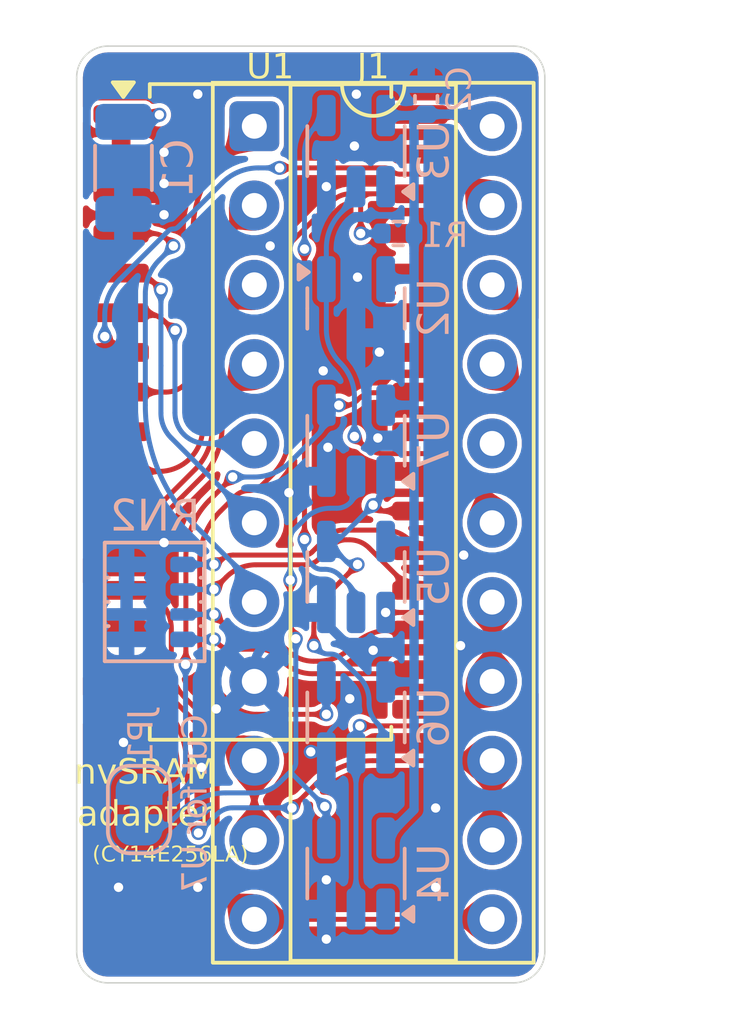
<source format=kicad_pcb>
(kicad_pcb
	(version 20241229)
	(generator "pcbnew")
	(generator_version "9.0")
	(general
		(thickness 1.6)
		(legacy_teardrops no)
	)
	(paper "A4")
	(layers
		(0 "F.Cu" signal)
		(2 "B.Cu" signal)
		(9 "F.Adhes" user "F.Adhesive")
		(11 "B.Adhes" user "B.Adhesive")
		(13 "F.Paste" user)
		(15 "B.Paste" user)
		(5 "F.SilkS" user "F.Silkscreen")
		(7 "B.SilkS" user "B.Silkscreen")
		(1 "F.Mask" user)
		(3 "B.Mask" user)
		(17 "Dwgs.User" user "User.Drawings")
		(19 "Cmts.User" user "User.Comments")
		(21 "Eco1.User" user "User.Eco1")
		(23 "Eco2.User" user "User.Eco2")
		(25 "Edge.Cuts" user)
		(27 "Margin" user)
		(31 "F.CrtYd" user "F.Courtyard")
		(29 "B.CrtYd" user "B.Courtyard")
		(35 "F.Fab" user)
		(33 "B.Fab" user)
		(39 "User.1" user)
		(41 "User.2" user)
		(43 "User.3" user)
		(45 "User.4" user)
	)
	(setup
		(stackup
			(layer "F.SilkS"
				(type "Top Silk Screen")
			)
			(layer "F.Paste"
				(type "Top Solder Paste")
			)
			(layer "F.Mask"
				(type "Top Solder Mask")
				(thickness 0.01)
			)
			(layer "F.Cu"
				(type "copper")
				(thickness 0.035)
			)
			(layer "dielectric 1"
				(type "core")
				(thickness 1.51)
				(material "FR4")
				(epsilon_r 4.5)
				(loss_tangent 0.02)
			)
			(layer "B.Cu"
				(type "copper")
				(thickness 0.035)
			)
			(layer "B.Mask"
				(type "Bottom Solder Mask")
				(thickness 0.01)
			)
			(layer "B.Paste"
				(type "Bottom Solder Paste")
			)
			(layer "B.SilkS"
				(type "Bottom Silk Screen")
			)
			(copper_finish "None")
			(dielectric_constraints no)
		)
		(pad_to_mask_clearance 0)
		(allow_soldermask_bridges_in_footprints no)
		(tenting front back)
		(pcbplotparams
			(layerselection 0x00000000_00000000_55555555_5755f5ff)
			(plot_on_all_layers_selection 0x00000000_00000000_00000000_00000000)
			(disableapertmacros no)
			(usegerberextensions no)
			(usegerberattributes yes)
			(usegerberadvancedattributes yes)
			(creategerberjobfile yes)
			(dashed_line_dash_ratio 12.000000)
			(dashed_line_gap_ratio 3.000000)
			(svgprecision 4)
			(plotframeref no)
			(mode 1)
			(useauxorigin no)
			(hpglpennumber 1)
			(hpglpenspeed 20)
			(hpglpendiameter 15.000000)
			(pdf_front_fp_property_popups yes)
			(pdf_back_fp_property_popups yes)
			(pdf_metadata yes)
			(pdf_single_document no)
			(dxfpolygonmode yes)
			(dxfimperialunits yes)
			(dxfusepcbnewfont yes)
			(psnegative no)
			(psa4output no)
			(plot_black_and_white yes)
			(sketchpadsonfab no)
			(plotpadnumbers no)
			(hidednponfab no)
			(sketchdnponfab yes)
			(crossoutdnponfab yes)
			(subtractmaskfromsilk no)
			(outputformat 1)
			(mirror no)
			(drillshape 1)
			(scaleselection 1)
			(outputdirectory "")
		)
	)
	(net 0 "")
	(net 1 "/D0")
	(net 2 "/A7")
	(net 3 "/D1")
	(net 4 "/A1")
	(net 5 "/A2")
	(net 6 "/D2")
	(net 7 "/D3")
	(net 8 "/A3")
	(net 9 "/R{slash}W")
	(net 10 "/OD")
	(net 11 "/A6")
	(net 12 "/A4")
	(net 13 "/A0")
	(net 14 "/A5")
	(net 15 "unconnected-(U1-NC-Pad24)")
	(net 16 "unconnected-(U1-NC-Pad9)")
	(net 17 "unconnected-(U1-~{HSB}-Pad31)")
	(net 18 "Net-(U1-VCAP)")
	(net 19 "GND")
	(net 20 "+5V")
	(net 21 "/~{CE_{1}}")
	(net 22 "/CE_{2}")
	(net 23 "Net-(JP1-A)")
	(net 24 "/~{OE}")
	(net 25 "/~{WE}")
	(net 26 "Net-(RN2-R2.1)")
	(net 27 "Net-(RN2-R4.1)")
	(net 28 "Net-(RN2-R3.1)")
	(net 29 "Net-(RN2-R1.1)")
	(net 30 "/~{CE}")
	(net 31 "Net-(U3-Pad4)")
	(footprint "Package_DIP:DIP-22_W7.62mm_Socket" (layer "F.Cu") (at 68.6925 52.565))
	(footprint "Package_SO:SOIC-32_7.518x20.777mm_P1.27mm" (layer "F.Cu") (at 69.2125 61.715))
	(footprint "PCM_Resistor_SMD_AKL:R_Array_Convex_4x0603" (layer "B.Cu") (at 65.5 67.8 180))
	(footprint "Package_TO_SOT_SMD:SOT-23-5" (layer "B.Cu") (at 71.95 76.5 90))
	(footprint "Capacitor_SMD:C_0402_1005Metric" (layer "B.Cu") (at 74.2 51.7 90))
	(footprint "Package_TO_SOT_SMD:SOT-23-5" (layer "B.Cu") (at 71.95 53.3625 90))
	(footprint "Package_TO_SOT_SMD:SOT-23-5" (layer "B.Cu") (at 71.95 62.6375 90))
	(footprint "Package_TO_SOT_SMD:SOT-23" (layer "B.Cu") (at 71.95 58.4 -90))
	(footprint "Jumper:SolderJumper-2_P1.3mm_Bridged_RoundedPad1.0x1.5mm" (layer "B.Cu") (at 65 74.45 90))
	(footprint "Package_TO_SOT_SMD:SOT-23-5" (layer "B.Cu") (at 71.95 67 90))
	(footprint "Package_TO_SOT_SMD:SOT-23-5" (layer "B.Cu") (at 71.95 71.5 90))
	(footprint "Resistor_SMD:R_0402_1005Metric" (layer "B.Cu") (at 73.3 56 180))
	(footprint "Capacitor_SMD:C_1206_3216Metric" (layer "B.Cu") (at 64.5 53.9 -90))
	(gr_arc
		(start 63 51)
		(mid 63.292893 50.292893)
		(end 64 50)
		(stroke
			(width 0.05)
			(type default)
		)
		(layer "Edge.Cuts")
		(uuid "056ed8e8-e117-4bd4-89ee-bb40e81e316a")
	)
	(gr_arc
		(start 78 79)
		(mid 77.707107 79.707107)
		(end 77 80)
		(stroke
			(width 0.05)
			(type default)
		)
		(layer "Edge.Cuts")
		(uuid "34761677-6265-43b0-b6b6-529a5ebbaecc")
	)
	(gr_arc
		(start 64 80)
		(mid 63.292893 79.707107)
		(end 63 79)
		(stroke
			(width 0.05)
			(type default)
		)
		(layer "Edge.Cuts")
		(uuid "5739b042-5739-4f75-b139-b7150b3ad5f5")
	)
	(gr_line
		(start 63 79)
		(end 63 51)
		(stroke
			(width 0.05)
			(type default)
		)
		(layer "Edge.Cuts")
		(uuid "6aad393a-d15b-4878-9956-feab8884d8ca")
	)
	(gr_line
		(start 78 51)
		(end 78 79)
		(stroke
			(width 0.05)
			(type default)
		)
		(layer "Edge.Cuts")
		(uuid "87d575fb-2664-46f5-854a-cdb3fc41d436")
	)
	(gr_line
		(start 77 80)
		(end 64 80)
		(stroke
			(width 0.05)
			(type default)
		)
		(layer "Edge.Cuts")
		(uuid "b83f3d2a-be5f-43bc-a4d8-adcf806d1191")
	)
	(gr_line
		(start 64 50)
		(end 77 50)
		(stroke
			(width 0.05)
			(type default)
		)
		(layer "Edge.Cuts")
		(uuid "bd839f92-1b0e-49cb-896b-0bc41a3eff23")
	)
	(gr_arc
		(start 77 50)
		(mid 77.707107 50.292893)
		(end 78 51)
		(stroke
			(width 0.05)
			(type default)
		)
		(layer "Edge.Cuts")
		(uuid "eedd5cb5-6021-4b9d-b045-761556039efc")
	)
	(gr_text "(CY14E256LA)"
		(at 63.5 76.2 0)
		(layer "F.SilkS")
		(uuid "2fcb2b79-1aa8-4cf0-ad76-670b5f853c6d")
		(effects
			(font
				(face "Oswald")
				(size 0.5 0.5)
				(thickness 0.1)
			)
			(justify left bottom)
		)
		(render_cache "(CY14E256LA)" 0
			(polygon
				(pts
					(xy 63.687609 76.250799) (xy 63.657579 76.247211) (xy 63.63291 76.237738) (xy 63.612445 76.222575)
					(xy 63.595529 76.201095) (xy 63.57873 76.167296) (xy 63.566224 76.127509) (xy 63.558435 76.080714)
					(xy 63.553147 76.004179) (xy 63.551107 75.897288) (xy 63.55315 75.789815) (xy 63.558435 75.71322)
					(xy 63.566216 75.666403) (xy 63.578718 75.626485) (xy 63.595529 75.592472) (xy 63.612475 75.570847)
					(xy 63.632943 75.555711) (xy 63.657593 75.546398) (xy 63.687609 75.543105) (xy 63.687609 75.59351)
					(xy 63.674548 75.596041) (xy 63.663211 75.602969) (xy 63.653089 75.615096) (xy 63.644194 75.634116)
					(xy 63.63319 75.676402) (xy 63.6267 75.731416) (xy 63.624168 75.793089) (xy 63.623189 75.879794)
					(xy 63.623189 75.929497) (xy 63.62425 76.010542) (xy 63.627036 76.070211) (xy 63.633856 76.123611)
					(xy 63.644897 76.163299) (xy 63.653646 76.180845) (xy 63.663583 76.192155) (xy 63.67474 76.198685)
					(xy 63.687609 76.201095)
				)
			)
			(polygon
				(pts
					(xy 63.894788 76.121289) (xy 63.860523 76.118911) (xy 63.832567 76.112322) (xy 63.809792 76.102095)
					(xy 63.791302 76.088454) (xy 63.776482 76.07125) (xy 63.762356 76.045835) (xy 63.751629 76.015034)
					(xy 63.744692 75.977824) (xy 63.742197 75.933008) (xy 63.742197 75.73279) (xy 63.744723 75.685101)
					(xy 63.751644 75.646645) (xy 63.762167 75.615859) (xy 63.77578 75.591404) (xy 63.790238 75.574961)
					(xy 63.808544 75.561818) (xy 63.831381 75.551886) (xy 63.859727 75.545442) (xy 63.894788 75.543105)
					(xy 63.933044 75.54615) (xy 63.962984 75.554471) (xy 63.986323 75.567276) (xy 64.00433 75.584412)
					(xy 64.017933 75.605607) (xy 64.028322 75.632163) (xy 64.035109 75.665232) (xy 64.037578 75.706198)
					(xy 64.037578 75.750986) (xy 63.962687 75.750986) (xy 63.962687 75.711113) (xy 63.96167 75.674194)
					(xy 63.959176 75.650908) (xy 63.952855 75.63177) (xy 63.941346 75.617294) (xy 63.930982 75.610768)
					(xy 63.91619 75.606362) (xy 63.89549 75.604685) (xy 63.874401 75.606463) (xy 63.858852 75.611207)
					(xy 63.847527 75.618362) (xy 63.834704 75.634233) (xy 63.826857 75.656159) (xy 63.823356 75.682356)
					(xy 63.821973 75.720914) (xy 63.821973 75.945587) (xy 63.823973 75.986624) (xy 63.828964 76.013517)
					(xy 63.838612 76.035177) (xy 63.85174 76.048504) (xy 63.86944 76.056105) (xy 63.89549 76.059007)
					(xy 63.915151 76.057285) (xy 63.929671 76.052679) (xy 63.940278 76.045696) (xy 63.95208 76.030323)
					(xy 63.95884 76.009303) (xy 63.961592 75.984092) (xy 63.962687 75.946289) (xy 63.962687 75.90431)
					(xy 64.037578 75.90431) (xy 64.037578 75.946289) (xy 64.035211 75.989544) (xy 64.028694 76.02475)
					(xy 64.018724 76.053243) (xy 64.005735 76.076165) (xy 63.988109 76.094921) (xy 63.964769 76.108874)
					(xy 63.934319 76.117951)
				)
			)
			(polygon
				(pts
					(xy 64.2 75.914812) (xy 64.077481 75.54799) (xy 64.150998 75.54799) (xy 64.237796 75.821694) (xy 64.323189 75.54799)
					(xy 64.397378 75.54799) (xy 64.275593 75.914812) (xy 64.275593 76.115) (xy 64.2 76.115)
				)
			)
			(polygon
				(pts
					(xy 64.525362 75.645992) (xy 64.519746 75.648094) (xy 64.482985 75.655792) (xy 64.426657 75.666295)
					(xy 64.426657 75.6096) (xy 64.469988 75.596682) (xy 64.502612 75.58186) (xy 64.526578 75.565576)
					(xy 64.543558 75.54799) (xy 64.600252 75.54799) (xy 64.600252 76.115) (xy 64.525362 76.115)
				)
			)
			(polygon
				(pts
					(xy 64.946528 75.896585) (xy 65.010214 75.896585) (xy 65.010214 75.963111) (xy 64.946528 75.963111)
					(xy 64.946528 76.115) (xy 64.875117 76.115) (xy 64.875117 75.963111) (xy 64.71062 75.963111) (xy 64.71062 75.896585)
					(xy 64.782732 75.896585) (xy 64.875117 75.896585) (xy 64.875117 75.639001) (xy 64.782732 75.896585)
					(xy 64.71062 75.896585) (xy 64.71062 75.884709) (xy 64.858326 75.54799) (xy 64.946528 75.54799)
				)
			)
			(polygon
				(pts
					(xy 65.064741 75.54799) (xy 65.28456 75.54799) (xy 65.28456 75.606791) (xy 65.143845 75.606791)
					(xy 65.143845 75.7944) (xy 65.257968 75.7944) (xy 65.257968 75.850393) (xy 65.143845 75.850393)
					(xy 65.143845 76.058305) (xy 65.285964 76.058305) (xy 65.285964 76.115) (xy 65.064741 76.115)
				)
			)
			(polygon
				(pts
					(xy 65.334141 76.061785) (xy 65.478336 75.837112) (xy 65.492349 75.816107) (xy 65.514613 75.778221)
					(xy 65.528039 75.751017) (xy 65.536258 75.723489) (xy 65.539244 75.688704) (xy 65.537502 75.661798)
					(xy 65.53285 75.641497) (xy 65.525933 75.626392) (xy 65.515466 75.61453) (xy 65.50141 75.607297)
					(xy 65.482549 75.604685) (xy 65.4629 75.607316) (xy 65.447267 75.614764) (xy 65.434653 75.627151)
					(xy 65.42474 75.645596) (xy 65.417947 75.672033) (xy 65.415352 75.709007) (xy 65.415352 75.727905)
					(xy 65.34043 75.727905) (xy 65.34043 75.708305) (xy 65.342848 75.667768) (xy 65.34953 75.634641)
					(xy 65.359816 75.607674) (xy 65.373342 75.585817) (xy 65.391301 75.567879) (xy 65.414102 75.554664)
					(xy 65.442837 75.546182) (xy 65.479038 75.543105) (xy 65.512476 75.545808) (xy 65.539812 75.55334)
					(xy 65.562206 75.565174) (xy 65.580521 75.581268) (xy 65.59486 75.601134) (xy 65.605545 75.62518)
					(xy 65.612384 75.654251) (xy 65.614837 75.689406) (xy 65.612719 75.722633) (xy 65.606777 75.75065)
					(xy 65.597677 75.776437) (xy 65.587543 75.797209) (xy 65.552555 75.853202) (xy 65.422343 76.051985)
					(xy 65.601557 76.051985) (xy 65.601557 76.115) (xy 65.334141 76.115)
				)
			)
			(polygon
				(pts
					(xy 65.81017 76.120587) (xy 65.773454 76.117541) (xy 65.744684 76.109201) (xy 65.722201 76.09631)
					(xy 65.70481 76.078943) (xy 65.691838 76.057676) (xy 65.681877 76.030932) (xy 65.675347 75.997536)
					(xy 65.672967 75.956089) (xy 65.747858 75.956089) (xy 65.749518 75.987761) (xy 65.754025 76.012806)
					(xy 65.760803 76.032415) (xy 65.768673 76.044795) (xy 65.779307 76.053562) (xy 65.793252 76.059097)
					(xy 65.811544 76.061113) (xy 65.829921 76.059035) (xy 65.843793 76.053343) (xy 65.854256 76.044322)
					(xy 65.86545 76.025482) (xy 65.872117 75.99987) (xy 65.874877 75.96988) (xy 65.875963 75.925986)
					(xy 65.874677 75.885439) (xy 65.871414 75.857751) (xy 65.864232 75.83443) (xy 65.853188 75.81855)
					(xy 65.843236 75.811306) (xy 65.829935 75.806629) (xy 65.812247 75.804903) (xy 65.791818 75.808251)
					(xy 65.774114 75.818214) (xy 65.759732 75.833171) (xy 65.749262 75.851797) (xy 65.685546 75.851797)
					(xy 65.685546 75.54799) (xy 65.929849 75.54799) (xy 65.929849 75.622911) (xy 65.753445 75.622911)
					(xy 65.74856 75.779685) (xy 65.764554 75.766189) (xy 65.78316 75.756437) (xy 65.80489 75.750352)
					(xy 65.830443 75.748208) (xy 65.86236 75.751337) (xy 65.887572 75.759997) (xy 65.907543 75.773673)
					(xy 65.923194 75.79266) (xy 65.934499 75.815049) (xy 65.943169 75.842443) (xy 65.948814 75.875791)
					(xy 65.950854 75.916186) (xy 65.948511 75.965716) (xy 65.942043 76.006435) (xy 65.932156 76.039698)
					(xy 65.919347 76.0667) (xy 65.905309 76.085672) (xy 65.887982 76.100391) (xy 65.866911 76.111225)
					(xy 65.84132 76.118117)
				)
			)
			(polygon
				(pts
					(xy 66.185911 75.54562) (xy 66.213137 75.55266) (xy 66.235776 75.563746) (xy 66.254601 75.578795)
					(xy 66.269696 75.597606) (xy 66.281037 75.620354) (xy 66.288526 75.647819) (xy 66.291695 75.68101)
					(xy 66.292397 75.689406) (xy 66.216804 75.689406) (xy 66.214913 75.660584) (xy 66.209971 75.639881)
					(xy 66.202791 75.625354) (xy 66.191837 75.614391) (xy 66.175888 75.607336) (xy 66.153087 75.604685)
					(xy 66.135161 75.607429) (xy 66.120507 75.615378) (xy 66.108269 75.629069) (xy 66.098342 75.650196)
					(xy 66.091389 75.681351) (xy 66.088699 75.725799) (xy 66.088699 75.811894) (xy 66.102221 75.795813)
					(xy 66.121244 75.783196) (xy 66.143861 75.775443) (xy 66.171314 75.772693) (xy 66.204153 75.775727)
					(xy 66.229914 75.784075) (xy 66.250126 75.797131) (xy 66.265806 75.815039) (xy 66.277184 75.836418)
					(xy 66.285958 75.863046) (xy 66.29171 75.895992) (xy 66.293802 75.936489) (xy 66.291368 75.978555)
					(xy 66.284526 76.014317) (xy 66.273802 76.044714) (xy 66.259486 76.070547) (xy 66.240357 76.092416)
					(xy 66.216917 76.108035) (xy 66.188289 76.117803) (xy 66.153087 76.121289) (xy 66.119097 76.117813)
					(xy 66.091092 76.108005) (xy 66.067805 76.092184) (xy 66.04846 76.069845) (xy 66.033969 76.043645)
					(xy 66.023143 76.012992) (xy 66.016253 75.977117) (xy 66.013808 75.935115) (xy 66.013808 75.867887)
					(xy 66.088699 75.867887) (xy 66.088699 75.952609) (xy 66.090615 75.984625) (xy 66.095835 76.010004)
					(xy 66.10375 76.029972) (xy 66.115965 76.046142) (xy 66.131988 76.055647) (xy 66.153087 76.059007)
					(xy 66.174703 76.055651) (xy 66.190943 76.046218) (xy 66.203157 76.030308) (xy 66.211097 76.010584)
					(xy 66.216305 75.985755) (xy 66.218209 75.954685) (xy 66.217214 75.9142) (xy 66.214698 75.886816)
					(xy 66.208388 75.86342) (xy 66.197204 75.845508) (xy 66.186764 75.836944) (xy 66.172483 75.831431)
					(xy 66.153087 75.829388) (xy 66.132513 75.832249) (xy 66.114955 75.840593) (xy 66.100075 75.85311)
					(xy 66.088699 75.867887) (xy 66.013808 75.867887) (xy 66.013808 75.743995) (xy 66.01614 75.697315)
					(xy 66.022648 75.658076) (xy 66.032731 75.625195) (xy 66.045987 75.597724) (xy 66.06036 75.578296)
					(xy 66.07773 75.563342) (xy 66.098479 75.552433) (xy 66.123289 75.545553) (xy 66.153087 75.543105)
				)
			)
			(polygon
				(pts
					(xy 66.368998 75.54799) (xy 66.448102 75.54799) (xy 66.448102 76.058305) (xy 66.592999 76.058305)
					(xy 66.592999 76.115) (xy 66.368998 76.115)
				)
			)
			(polygon
				(pts
					(xy 66.933474 76.115) (xy 66.858583 76.115) (xy 66.832663 75.972209) (xy 66.717166 75.972209) (xy 66.689872 76.115)
					(xy 66.615683 76.115) (xy 66.658036 75.915514) (xy 66.727669 75.915514) (xy 66.82216 75.915514)
					(xy 66.774563 75.660006) (xy 66.727669 75.915514) (xy 66.658036 75.915514) (xy 66.736065 75.54799)
					(xy 66.81236 75.54799)
				)
			)
			(polygon
				(pts
					(xy 66.967057 76.200393) (xy 66.980127 76.197866) (xy 66.991524 76.19094) (xy 67.001752 76.178809)
					(xy 67.010807 76.159788) (xy 67.02207 76.117418) (xy 67.028637 76.062151) (xy 67.031171 76.000159)
					(xy 67.032148 75.913408) (xy 67.032148 75.864406) (xy 67.031087 75.783338) (xy 67.028301 75.723692)
					(xy 67.021409 75.670314) (xy 67.010105 75.630605) (xy 67.001196 75.613056) (xy 66.991151 75.601742)
					(xy 66.979934 75.595215) (xy 66.967057 75.592808) (xy 66.967057 75.543105) (xy 66.997461 75.546394)
					(xy 67.022326 75.555673) (xy 67.042869 75.570704) (xy 67.059778 75.592106) (xy 67.076593 75.625907)
					(xy 67.089109 75.665704) (xy 67.096903 75.712518) (xy 67.102212 75.789025) (xy 67.104261 75.895914)
					(xy 67.10221 76.003391) (xy 67.096903 76.080012) (xy 67.089119 76.126806) (xy 67.076607 76.166714)
					(xy 67.059778 76.200729) (xy 67.042853 76.22235) (xy 67.022291 76.237624) (xy 66.997422 76.247178)
					(xy 66.967057 76.250799)
				)
			)
		)
	)
	(gr_text "nvSRAM\nadapter"
		(at 65.2 75.1 0)
		(layer "F.SilkS")
		(uuid "c49280d5-001c-4254-b347-4fe0552e2a9a")
		(effects
			(font
				(face "Oswald")
				(size 0.8 0.8)
				(thickness 0.1)
			)
			(justify bottom)
		)
		(render_cache "nvSRAM\nadapter" 0
			(polygon
				(pts
					(xy 63.599623 72.972658) (xy 63.719449 72.972658) (xy 63.719449 73.036503) (xy 63.760754 73.00294)
					(xy 63.800412 72.980592) (xy 63.839034 72.967827) (xy 63.877376 72.96367) (xy 63.91032 72.968272)
					(xy 63.93459 72.98097) (xy 63.952407 73.001772) (xy 63.964485 73.028036) (xy 63.972119 73.059067)
					(xy 63.974829 73.095854) (xy 63.974829 73.62) (xy 63.855003 73.62) (xy 63.855003 73.130537) (xy 63.851762 73.096346)
					(xy 63.843768 73.07568) (xy 63.828981 73.062639) (xy 63.803468 73.057752) (xy 63.780722 73.061422)
					(xy 63.753258 73.073853) (xy 63.719449 73.098101) (xy 63.719449 73.62) (xy 63.599623 73.62)
				)
			)
			(polygon
				(pts
					(xy 64.047564 72.972658) (xy 64.168513 72.972658) (xy 64.248039 73.493433) (xy 64.328688 72.972658)
					(xy 64.445143 72.972658) (xy 64.321947 73.62) (xy 64.175255 73.62)
				)
			)
			(polygon
				(pts
					(xy 64.745904 73.630062) (xy 64.689483 73.625169) (xy 64.642807 73.61143) (xy 64.603995 73.589603)
					(xy 64.57171 73.559525) (xy 64.546229 73.522973) (xy 64.526365 73.479371) (xy 64.512409 73.427469)
					(xy 64.50508 73.365743) (xy 64.61709 73.335505) (xy 64.623969 73.393334) (xy 64.635631 73.439747)
					(xy 64.651235 73.476678) (xy 64.667913 73.500234) (xy 64.688649 73.516668) (xy 64.714176 73.526805)
					(xy 64.745904 73.530411) (xy 64.777611 73.52701) (xy 64.801837 73.517683) (xy 64.820349 73.502958)
					(xy 64.833772 73.483187) (xy 64.842397 73.457453) (xy 64.845555 73.424019) (xy 64.842698 73.387304)
					(xy 64.83468 73.356685) (xy 64.82201 73.33106) (xy 64.793692 73.29452) (xy 64.747027 73.249288)
					(xy 64.594668 73.114856) (xy 64.554289 73.072019) (xy 64.528039 73.028101) (xy 64.51696 72.996429)
					(xy 64.509862 72.958874) (xy 64.507327 72.914382) (xy 64.511302 72.864918) (xy 64.522477 72.82361)
					(xy 64.540191 72.788966) (xy 64.564431 72.759874) (xy 64.594488 72.736533) (xy 64.629731 72.719483)
					(xy 64.671167 72.708763) (xy 64.720112 72.704968) (xy 64.773899 72.70906) (xy 64.817725 72.720422)
					(xy 64.853445 72.738161) (xy 64.882484 72.762072) (xy 64.905543 72.79184) (xy 64.92461 72.830022)
					(xy 64.939259 72.878378) (xy 64.948625 72.93905) (xy 64.841109 72.968164) (xy 64.834485 72.915415)
					(xy 64.823896 72.875387) (xy 64.810286 72.845554) (xy 64.79002 72.822317) (xy 64.76102 72.807794)
					(xy 64.720112 72.802421) (xy 64.688969 72.805547) (xy 64.664867 72.814133) (xy 64.646204 72.827627)
					(xy 64.63247 72.846) (xy 64.623682 72.870218) (xy 64.62046 72.902072) (xy 64.624063 72.940404)
					(xy 64.633894 72.969874) (xy 64.651078 72.996193) (xy 64.679811 73.025268) (xy 64.833245 73.159699)
					(xy 64.88722 73.215336) (xy 64.927864 73.273907) (xy 64.947267 73.316218) (xy 64.959109 73.362593)
					(xy 64.963182 73.413907) (xy 64.959065 73.463112) (xy 64.947377 73.505005) (xy 64.928639 73.54092)
					(xy 64.902707 73.571835) (xy 64.870826 73.596933) (xy 64.83466 73.614984) (xy 64.793386 73.626158)
				)
			)
			(polygon
				(pts
					(xy 65.314066 72.717086) (xy 65.369408 72.728773) (xy 65.41254 72.746446) (xy 65.445806 72.769351)
					(xy 65.472341 72.799583) (xy 65.492359 72.838817) (xy 65.505439 72.889216) (xy 65.510237 72.953607)
					(xy 65.506245 73.014669) (xy 65.495384 73.06259) (xy 65.478901 73.099895) (xy 65.457399 73.128622)
					(xy 65.430775 73.15019) (xy 65.398227 73.165268) (xy 65.527041 73.62) (xy 65.40492 73.62) (xy 65.286218 73.194382)
					(xy 65.187641 73.194382) (xy 65.187641 73.62) (xy 65.061075 73.62) (xy 65.061075 73.10367) (xy 65.187641 73.10367)
					(xy 65.235806 73.10367) (xy 65.289557 73.099296) (xy 65.327167 73.087906) (xy 65.352847 73.071186)
					(xy 65.370887 73.046856) (xy 65.383285 73.009386) (xy 65.388116 72.953607) (xy 65.384621 72.900754)
					(xy 65.375806 72.86568) (xy 65.358785 72.838026) (xy 65.332135 72.818639) (xy 65.297217 72.807795)
					(xy 65.24367 72.803496) (xy 65.187641 72.803496) (xy 65.187641 73.10367) (xy 65.061075 73.10367)
					(xy 65.061075 72.712784) (xy 65.24367 72.712784)
				)
			)
			(polygon
				(pts
					(xy 66.101012 73.62) (xy 65.981186 73.62) (xy 65.939714 73.391535) (xy 65.75492 73.391535) (xy 65.711249 73.62)
					(xy 65.592547 73.62) (xy 65.660311 73.300823) (xy 65.771724 73.300823) (xy 65.92291 73.300823)
					(xy 65.846755 72.892009) (xy 65.771724 73.300823) (xy 65.660311 73.300823) (xy 65.785157 72.712784)
					(xy 65.907229 72.712784)
				)
			)
			(polygon
				(pts
					(xy 66.207404 72.712784) (xy 66.331724 72.712784) (xy 66.491849 73.448639) (xy 66.653147 72.712784)
					(xy 66.776343 72.712784) (xy 66.793147 73.62) (xy 66.6912 73.62) (xy 66.681137 72.961423) (xy 66.527704 73.62)
					(xy 66.456043 73.62) (xy 66.303684 72.961423) (xy 66.293622 73.62) (xy 66.1906 73.62)
				)
			)
			(polygon
				(pts
					(xy 63.930197 74.311394) (xy 63.966968 74.321616) (xy 63.995965 74.337427) (xy 64.018646 74.358668)
					(xy 64.035747 74.384857) (xy 64.048877 74.418137) (xy 64.057502 74.460095) (xy 64.060656 74.512639)
					(xy 64.060656 74.808319) (xy 64.063351 74.882213) (xy 64.071842 74.964) (xy 63.962079 74.964) (xy 63.946399 74.868794)
					(xy 63.928 74.909194) (xy 63.899895 74.942702) (xy 63.876318 74.959247) (xy 63.848535 74.969381)
					(xy 63.815387 74.972939) (xy 63.780176 74.96761) (xy 63.748709 74.95169) (xy 63.722424 74.927232)
					(xy 63.702254 74.895709) (xy 63.689638 74.86008) (xy 63.68545 74.822876) (xy 63.688408 74.785898)
					(xy 63.805275 74.785898) (xy 63.809339 74.823368) (xy 63.819832 74.848082) (xy 63.837569 74.86436)
					(xy 63.862428 74.869917) (xy 63.885022 74.865548) (xy 63.908297 74.851452) (xy 63.928486 74.832455)
					(xy 63.94083 74.816184) (xy 63.94083 74.632464) (xy 63.866336 74.678968) (xy 63.8421 74.700254)
					(xy 63.822616 74.724348) (xy 63.809768 74.752055) (xy 63.805275 74.785898) (xy 63.688408 74.785898)
					(xy 63.689439 74.773012) (xy 63.700535 74.732354) (xy 63.717934 74.699143) (xy 63.741629 74.669517)
					(xy 63.769138 74.64441) (xy 63.800781 74.623525) (xy 63.856554 74.595605) (xy 63.94083 74.55968)
					(xy 63.94083 74.513762) (xy 63.936911 74.454771) (xy 63.927934 74.423588) (xy 63.917015 74.409455)
					(xy 63.900396 74.400586) (xy 63.875861 74.397258) (xy 63.851614 74.400816) (xy 63.833558 74.41072)
					(xy 63.820104 74.427209) (xy 63.811024 74.45225) (xy 63.807522 74.489143) (xy 63.807522 74.521578)
					(xy 63.68882 74.517133) (xy 63.693412 74.462476) (xy 63.703742 74.419184) (xy 63.718806 74.385154)
					(xy 63.738108 74.358668) (xy 63.763109 74.337484) (xy 63.794647 74.321639) (xy 63.834196 74.311393)
					(xy 63.883677 74.30767)
				)
			)
			(polygon
				(pts
					(xy 64.549727 74.964) (xy 64.429902 74.964) (xy 64.429902 74.922576) (xy 64.396107 74.951419) (xy 64.361746 74.967632)
					(xy 64.325708 74.972939) (xy 64.284857 74.968768) (xy 64.2517 74.957072) (xy 64.224587 74.938315)
					(xy 64.202512 74.911927) (xy 64.187285 74.88148) (xy 64.174951 74.839693) (xy 64.166509 74.783587)
					(xy 64.163335 74.709743) (xy 64.163335 74.5843) (xy 64.165774 74.537258) (xy 64.283161 74.537258)
					(xy 64.283161 74.719854) (xy 64.287402 74.793394) (xy 64.297718 74.838556) (xy 64.310846 74.861148)
					(xy 64.329657 74.874206) (xy 64.355994 74.878856) (xy 64.391259 74.873067) (xy 64.429902 74.854237)
					(xy 64.429902 74.429743) (xy 64.401254 74.41337) (xy 64.376142 74.404499) (xy 64.353747 74.401752)
					(xy 64.330753 74.406088) (xy 64.312514 74.418842) (xy 64.297849 74.441828) (xy 64.287346 74.479299)
					(xy 64.283161 74.537258) (xy 64.165774 74.537258) (xy 64.167784 74.498489) (xy 64.179734 74.432174)
					(xy 64.19748 74.381627) (xy 64.218091 74.349293) (xy 64.24486 74.326725) (xy 64.278884 74.312708)
					(xy 64.322386 74.30767) (xy 64.358516 74.312911) (xy 64.393991 74.329092) (xy 64.429902 74.358082)
					(xy 64.429902 74.056784) (xy 64.549727 74.056784)
				)
			)
			(polygon
				(pts
					(xy 64.901698 74.311394) (xy 64.938469 74.321616) (xy 64.967465 74.337427) (xy 64.990146 74.358668)
					(xy 65.007247 74.384857) (xy 65.020377 74.418137) (xy 65.029002 74.460095) (xy 65.032156 74.512639)
					(xy 65.032156 74.808319) (xy 65.034851 74.882213) (xy 65.043342 74.964) (xy 64.933579 74.964) (xy 64.917899 74.868794)
					(xy 64.899501 74.909194) (xy 64.871395 74.942702) (xy 64.847818 74.959247) (xy 64.820035 74.969381)
					(xy 64.786887 74.972939) (xy 64.751676 74.96761) (xy 64.720209 74.95169) (xy 64.693924 74.927232)
					(xy 64.673754 74.895709) (xy 64.661138 74.86008) (xy 64.65695 74.822876) (xy 64.659908 74.785898)
					(xy 64.776776 74.785898) (xy 64.78084 74.823368) (xy 64.791332 74.848082) (xy 64.809069 74.86436)
					(xy 64.833928 74.869917) (xy 64.856522 74.865548) (xy 64.879797 74.851452) (xy 64.899986 74.832455)
					(xy 64.91233 74.816184) (xy 64.91233 74.632464) (xy 64.837836 74.678968) (xy 64.8136 74.700254)
					(xy 64.794117 74.724348) (xy 64.781268 74.752055) (xy 64.776776 74.785898) (xy 64.659908 74.785898)
					(xy 64.660939 74.773012) (xy 64.672035 74.732354) (xy 64.689434 74.699143) (xy 64.713129 74.669517)
					(xy 64.740638 74.64441) (xy 64.772281 74.623525) (xy 64.828055 74.595605) (xy 64.91233 74.55968)
					(xy 64.91233 74.513762) (xy 64.908411 74.454771) (xy 64.899434 74.423588) (xy 64.888516 74.409455)
					(xy 64.871897 74.400586) (xy 64.847362 74.397258) (xy 64.823114 74.400816) (xy 64.805059 74.41072)
					(xy 64.791604 74.427209) (xy 64.782525 74.45225) (xy 64.779023 74.489143) (xy 64.779023 74.521578)
					(xy 64.660321 74.517133) (xy 64.664913 74.462476) (xy 64.675242 74.419184) (xy 64.690307 74.385154)
					(xy 64.709609 74.358668) (xy 64.734609 74.337484) (xy 64.766147 74.321639) (xy 64.805696 74.311393)
					(xy 64.855178 74.30767)
				)
			)
			(polygon
				(pts
					(xy 65.432305 74.312806) (xy 65.464693 74.327045) (xy 65.489694 74.350035) (xy 65.508332 74.383288)
					(xy 65.524579 74.434452) (xy 65.534587 74.490051) (xy 65.538032 74.550741) (xy 65.538032 74.707496)
					(xy 65.533428 74.786225) (xy 65.520827 74.84934) (xy 65.501639 74.899617) (xy 65.480081 74.931812)
					(xy 65.4529 74.954204) (xy 65.419112 74.968014) (xy 65.376734 74.972939) (xy 65.340926 74.967184)
					(xy 65.304768 74.94908) (xy 65.266971 74.915835) (xy 65.266971 75.176784) (xy 65.147145 75.176784)
					(xy 65.147145 74.43536) (xy 65.266971 74.43536) (xy 65.266971 74.849743) (xy 65.294269 74.866046)
					(xy 65.322821 74.875638) (xy 65.353238 74.878856) (xy 65.377714 74.874125) (xy 65.394894 74.860713)
					(xy 65.406434 74.836896) (xy 65.414715 74.789214) (xy 65.418206 74.707496) (xy 65.418206 74.550741)
					(xy 65.414318 74.483258) (xy 65.404724 74.440392) (xy 65.39241 74.418789) (xy 65.374377 74.406246)
					(xy 65.348743 74.401752) (xy 65.322237 74.405222) (xy 65.295219 74.41602) (xy 65.266971 74.43536)
					(xy 65.147145 74.43536) (xy 65.147145 74.316658) (xy 65.266971 74.316658) (xy 65.266971 74.368145)
					(xy 65.295468 74.34086) (xy 65.325139 74.322283) (xy 65.35646 74.311349) (xy 65.390167 74.30767)
				)
			)
			(polygon
				(pts
					(xy 65.819057 74.972939) (xy 65.774676 74.968283) (xy 65.740897 74.955554) (xy 65.715203 74.935544)
					(xy 65.696168 74.907558) (xy 65.683699 74.869542) (xy 65.679057 74.818382) (xy 65.679057 74.396184)
					(xy 65.610718 74.396184) (xy 65.610718 74.316658) (xy 65.679057 74.316658) (xy 65.679057 74.12737)
					(xy 65.798883 74.12737) (xy 65.798883 74.316658) (xy 65.903077 74.316658) (xy 65.903077 74.396184)
					(xy 65.798883 74.396184) (xy 65.798883 74.810566) (xy 65.802546 74.846314) (xy 65.811193 74.865423)
					(xy 65.82739 74.876566) (xy 65.858283 74.881103) (xy 65.901954 74.877782) (xy 65.901954 74.966247)
					(xy 65.857889 74.971341)
				)
			)
			(polygon
				(pts
					(xy 66.221878 74.311874) (xy 66.260249 74.323136) (xy 66.28859 74.340154) (xy 66.311643 74.36411)
					(xy 66.329209 74.394132) (xy 66.341249 74.431452) (xy 66.350485 74.495315) (xy 66.354145 74.589917)
					(xy 66.354145 74.642576) (xy 66.098764 74.642576) (xy 66.098764 74.772464) (xy 66.101164 74.812054)
					(xy 66.107337 74.839599) (xy 66.116106 74.858145) (xy 66.129604 74.872483) (xy 66.147598 74.881289)
					(xy 66.171598 74.884474) (xy 66.195394 74.881193) (xy 66.211895 74.872359) (xy 66.223084 74.858145)
					(xy 66.232603 74.828108) (xy 66.236517 74.778082) (xy 66.236517 74.738856) (xy 66.353021 74.738856)
					(xy 66.353021 74.763525) (xy 66.349814 74.815193) (xy 66.340954 74.857313) (xy 66.327302 74.891529)
					(xy 66.309302 74.919205) (xy 66.285669 74.941687) (xy 66.255699 74.958334) (xy 66.217957 74.969048)
					(xy 66.170474 74.972939) (xy 66.121044 74.969285) (xy 66.08301 74.959403) (xy 66.05397 74.944411)
					(xy 66.029559 74.922844) (xy 66.010177 74.895051) (xy 65.995743 74.859854) (xy 65.983628 74.799521)
					(xy 65.978939 74.714237) (xy 65.978939 74.566421) (xy 65.980056 74.542876) (xy 66.098764 74.542876)
					(xy 66.098764 74.577607) (xy 66.236517 74.577607) (xy 66.236517 74.51938) (xy 66.232628 74.458119)
					(xy 66.223621 74.42476) (xy 66.212465 74.40939) (xy 66.195178 74.399791) (xy 66.169351 74.396184)
					(xy 66.142678 74.399871) (xy 66.125094 74.409617) (xy 66.11294 74.426133) (xy 66.104333 74.453874)
					(xy 66.100382 74.488086) (xy 66.098764 74.542876) (xy 65.980056 74.542876) (xy 65.982247 74.496665)
					(xy 65.991144 74.442505) (xy 66.004342 74.401064) (xy 66.020949 74.369854) (xy 66.044387 74.343999)
					(xy 66.075689 74.324787) (xy 66.116794 74.312278) (xy 66.170474 74.30767)
				)
			)
			(polygon
				(pts
					(xy 66.46591 74.316658) (xy 66.585736 74.316658) (xy 66.585736 74.408494) (xy 66.62173 74.359538)
					(xy 66.654612 74.331215) (xy 66.691163 74.314311) (xy 66.729106 74.308794) (xy 66.748157 74.309917)
					(xy 66.748157 74.442101) (xy 66.712706 74.431788) (xy 66.682065 74.428619) (xy 66.654235 74.432193)
					(xy 66.629993 74.442639) (xy 66.608658 74.46051) (xy 66.585736 74.491341) (xy 66.585736 74.964)
					(xy 66.46591 74.964)
				)
			)
		)
	)
	(gr_text "Cut for U7"
		(at 67.3 71.4 90)
		(layer "B.SilkS")
		(uuid "cffc528c-44c9-4c2b-b36c-8096ee5cb682")
		(effects
			(font
				(face "Oswald")
				(size 0.8 0.8)
				(thickness 0.1)
			)
			(justify left bottom mirror)
		)
		(render_cache "Cut for U7" 90
			(polygon
				(pts
					(xy 67.174062 71.697927) (xy 67.170258 71.643104) (xy 67.159716 71.598373) (xy 67.143353 71.561935)
					(xy 67.121526 71.532349) (xy 67.094 71.508639) (xy 67.053336 71.486036) (xy 67.004054 71.468873)
					(xy 66.944518 71.457775) (xy 66.872813 71.453782) (xy 66.552464 71.453782) (xy 66.476163 71.457823)
					(xy 66.414632 71.468898) (xy 66.365375 71.485733) (xy 66.326247 71.507515) (xy 66.299938 71.530647)
					(xy 66.278909 71.559937) (xy 66.263017 71.596477) (xy 66.252707 71.64183) (xy 66.248968 71.697927)
					(xy 66.25384 71.759138) (xy 66.267153 71.807041) (xy 66.287643 71.844384) (xy 66.31506 71.873196)
					(xy 66.348972 71.894959) (xy 66.39146 71.911582) (xy 66.444371 71.922441) (xy 66.509917 71.926392)
					(xy 66.581578 71.926392) (xy 66.581578 71.806566) (xy 66.517782 71.806566) (xy 66.458711 71.80494)
					(xy 66.421452 71.800949) (xy 66.390833 71.790835) (xy 66.36767 71.772421) (xy 66.35723 71.755838)
					(xy 66.350179 71.732171) (xy 66.347496 71.69905) (xy 66.350341 71.665309) (xy 66.357931 71.640431)
					(xy 66.36938 71.622309) (xy 66.394773 71.601793) (xy 66.429854 71.589239) (xy 66.471771 71.583637)
					(xy 66.533462 71.581423) (xy 66.892939 71.581423) (xy 66.958599 71.584624) (xy 67.001627 71.592609)
					(xy 67.036284 71.608047) (xy 67.057607 71.62905) (xy 67.069768 71.65737) (xy 67.074411 71.69905)
					(xy 67.071656 71.730509) (xy 67.064286 71.753741) (xy 67.053113 71.770711) (xy 67.028517 71.789595)
					(xy 66.994886 71.800411) (xy 66.954548 71.804814) (xy 66.894062 71.806566) (xy 66.826896 71.806566)
					(xy 66.826896 71.926392) (xy 66.894062 71.926392) (xy 66.96327 71.922605) (xy 67.0196 71.912177)
					(xy 67.065188 71.896226) (xy 67.101864 71.875443) (xy 67.131874 71.847241) (xy 67.154199 71.809897)
					(xy 67.168722 71.761177)
				)
			)
			(polygon
				(pts
					(xy 67.172939 72.130237) (xy 67.168344 72.097319) (xy 67.155663 72.073046) (xy 67.134886 72.055205)
					(xy 67.108591 72.043124) (xy 67.077558 72.035492) (xy 67.040803 72.032784) (xy 66.516658 72.032784)
					(xy 66.516658 72.152658) (xy 67.004949 72.152658) (xy 67.039262 72.15587) (xy 67.060392 72.163845)
					(xy 67.073851 72.178688) (xy 67.078856 72.204145) (xy 67.07519 72.226893) (xy 67.062774 72.254357)
					(xy 67.038556 72.288164) (xy 66.516658 72.288164) (xy 66.516658 72.40799) (xy 67.164 72.40799)
					(xy 67.164 72.288164) (xy 67.100154 72.288164) (xy 67.133693 72.246862) (xy 67.156027 72.207204)
					(xy 67.168784 72.168581)
				)
			)
			(polygon
				(pts
					(xy 67.172939 72.702156) (xy 67.168283 72.657775) (xy 67.155554 72.623995) (xy 67.135544 72.598301)
					(xy 67.107558 72.579267) (xy 67.069542 72.566797) (xy 67.018382 72.562156) (xy 66.596184 72.562156)
					(xy 66.596184 72.493817) (xy 66.516658 72.493817) (xy 66.516658 72.562156) (xy 66.32737 72.562156)
					(xy 66.32737 72.681981) (xy 66.516658 72.681981) (xy 66.516658 72.786175) (xy 66.596184 72.786175)
					(xy 66.596184 72.681981) (xy 67.010566 72.681981) (xy 67.046314 72.685644) (xy 67.065423 72.694291)
					(xy 67.076566 72.710488) (xy 67.081103 72.741381) (xy 67.077782 72.785052) (xy 67.166247 72.785052)
					(xy 67.171341 72.740987)
				)
			)
			(polygon
				(pts
					(xy 66.605123 73.168806) (xy 66.605123 73.091528) (xy 66.516658 73.091528) (xy 66.516658 73.168806)
					(xy 66.48305 73.168806) (xy 66.419128 73.17164) (xy 66.374949 73.178869) (xy 66.349247 73.188126)
					(xy 66.328422 73.201692) (xy 66.31169 73.219706) (xy 66.299949 73.241439) (xy 66.292166 73.270455)
					(xy 66.289268 73.308806) (xy 66.291224 73.347897) (xy 66.297133 73.387208) (xy 66.384474 73.387208)
					(xy 66.378856 73.342414) (xy 66.381516 73.321959) (xy 66.388548 73.308218) (xy 66.399617 73.299281)
					(xy 66.423284 73.291739) (xy 66.462876 73.288632) (xy 66.516658 73.288632) (xy 66.516658 73.387208)
					(xy 66.605123 73.387208) (xy 66.605123 73.288632) (xy 67.164 73.288632) (xy 67.164 73.168806)
				)
			)
			(polygon
				(pts
					(xy 66.993964 73.443969) (xy 67.042176 73.452818) (xy 67.080953 73.466311) (xy 67.111927 73.483831)
					(xy 67.137467 73.507701) (xy 67.156321 73.538776) (xy 67.168491 73.578747) (xy 67.172939 73.630034)
					(xy 67.168511 73.680672) (xy 67.156371 73.720275) (xy 67.137521 73.751195) (xy 67.111927 73.775066)
					(xy 67.08095 73.792607) (xy 67.042171 73.806115) (xy 66.993961 73.814973) (xy 66.934411 73.818199)
					(xy 66.746247 73.818199) (xy 66.686667 73.814972) (xy 66.63845 73.806112) (xy 66.599684 73.792604)
					(xy 66.568731 73.775066) (xy 66.543113 73.751192) (xy 66.524248 73.72027) (xy 66.512101 73.680668)
					(xy 66.50767 73.630034) (xy 66.596184 73.630034) (xy 66.601345 73.658993) (xy 66.615235 73.677076)
					(xy 66.636081 73.688615) (xy 66.662813 73.694954) (xy 66.739505 73.698325) (xy 66.942227 73.698325)
					(xy 67.018431 73.694954) (xy 67.044662 73.688641) (xy 67.065472 73.677076) (xy 67.079324 73.658998)
					(xy 67.084474 73.630034) (xy 67.079346 73.600964) (xy 67.065472 73.582407) (xy 67.044622 73.570416)
					(xy 67.018431 73.563942) (xy 66.942227 73.560572) (xy 66.739505 73.560572) (xy 66.662813 73.563942)
					(xy 66.636122 73.570443) (xy 66.615235 73.582407) (xy 66.601323 73.600969) (xy 66.596184 73.630034)
					(xy 66.50767 73.630034) (xy 66.51212 73.578751) (xy 66.524299 73.538781) (xy 66.543168 73.507704)
					(xy 66.568731 73.483831) (xy 66.599681 73.466314) (xy 66.638446 73.452821) (xy 66.686664 73.44397)
					(xy 66.746247 73.440746) (xy 66.934411 73.440746)
				)
			)
			(polygon
				(pts
					(xy 66.516658 73.931284) (xy 66.516658 74.051109) (xy 66.608494 74.051109) (xy 66.559538 74.087103)
					(xy 66.531215 74.119986) (xy 66.514311 74.156537) (xy 66.508794 74.19448) (xy 66.509917 74.213531)
					(xy 66.642101 74.213531) (xy 66.631788 74.17808) (xy 66.628619 74.147438) (xy 66.632193 74.119608)
					(xy 66.642639 74.095366) (xy 66.66051 74.074031) (xy 66.691341 74.051109) (xy 67.164 74.051109)
					(xy 67.164 73.931284)
				)
			)
			(polygon
				(pts
					(xy 67.174062 74.787941) (xy 67.16923 74.725446) (xy 67.156095 74.676957) (xy 67.136009 74.639539)
					(xy 67.10758 74.60803) (xy 67.072497 74.583667) (xy 67.029617 74.566168) (xy 66.983613 74.555572)
					(xy 66.927091 74.548584) (xy 66.858256 74.546043) (xy 66.256784 74.546043) (xy 66.256784 74.666992)
					(xy 66.863825 74.666992) (xy 66.932828 74.670234) (xy 66.983846 74.678761) (xy 67.020678 74.691074)
					(xy 67.043735 74.705756) (xy 67.060156 74.725884) (xy 67.07059 74.752586) (xy 67.074411 74.787941)
					(xy 67.070589 74.823323) (xy 67.060153 74.85004) (xy 67.043732 74.870174) (xy 67.020678 74.884856)
					(xy 66.983846 74.89717) (xy 66.932828 74.905696) (xy 66.863825 74.908939) (xy 66.256784 74.908939)
					(xy 66.256784 75.028764) (xy 66.858256 75.028764) (xy 66.927089 75.026217) (xy 66.983611 75.019213)
					(xy 67.029617 75.00859) (xy 67.072537 74.991159) (xy 67.107617 74.966981) (xy 67.136009 74.935806)
					(xy 67.156071 74.898753) (xy 67.169217 74.850471)
				)
			)
			(polygon
				(pts
					(xy 66.350866 75.359078) (xy 66.350866 75.116008) (xy 66.256784 75.116008) (xy 66.256784 75.478904)
					(xy 66.31506 75.478904) (xy 67.164 75.310914) (xy 67.164 75.195533)
				)
			)
		)
	)
	(segment
		(start 65.626277 67.743778)
		(end 65.672749 67.79025)
		(width 0.16)
		(layer "F.Cu")
		(net 1)
		(uuid "3d2fa3aa-837e-4445-b504-c1118c72685f")
	)
	(segment
		(start 68.6925 72.98875)
		(end 68.6925 75.425)
		(width 0.16)
		(layer "F.Cu")
		(net 1)
		(uuid "50b2429b-1dd2-446f-af9b-d77ec748fb12")
	)
	(segment
		(start 64.868749 67.43)
		(end 64.425 67.43)
		(width 0.16)
		(layer "F.Cu")
		(net 1)
		(uuid "55c3c717-50e9-45b0-a8e2-fa7b5f24f1b6")
	)
	(segment
		(start 66.033 68.659972)
		(end 66.033 69.803683)
		(width 0.16)
		(layer "F.Cu")
		(net 1)
		(uuid "d5e2b702-abb0-4c4d-a99a-aca89e525143")
	)
	(segment
		(start 68.411637 72.811637)
		(end 66.477995 70.877995)
		(width 0.16)
		(layer "F.Cu")
		(net 1)
		(uuid "fd068510-d413-4d4f-94fb-f5d7fce63616")
	)
	(arc
		(start 66.033 69.803683)
		(mid 66.14865 70.385097)
		(end 66.477995 70.877995)
		(width 0.16)
		(layer "F.Cu")
		(net 1)
		(uuid "26a1d84e-777d-4bfa-8820-70cb321ac589")
	)
	(arc
		(start 65.672749 67.79025)
		(mid 65.939373 68.189282)
		(end 66.033 68.659972)
		(width 0.16)
		(layer "F.Cu")
		(net 1)
		(uuid "36e71548-9afc-4f30-9433-c05c414a2039")
	)
	(arc
		(start 68.411637 72.811637)
		(mid 68.492897 72.865933)
		(end 68.58875 72.885)
		(width 0.16)
		(layer "F.Cu")
		(net 1)
		(uuid "660b013a-e1ad-47c9-a63f-57bb791adf6e")
	)
	(arc
		(start 68.6925 72.98875)
		(mid 68.662112 72.915387)
		(end 68.58875 72.885)
		(width 0.16)
		(layer "F.Cu")
		(net 1)
		(uuid "88b95c06-ec3e-49dc-85c6-b62f0df05691")
	)
	(arc
		(start 65.626277 67.743778)
		(mid 65.27872 67.511548)
		(end 64.868749 67.43)
		(width 0.16)
		(layer "F.Cu")
		(net 1)
		(uuid "b0b3285b-832d-4589-99ff-63f7a8d2cc41")
	)
	(segment
		(start 65.9 56.2)
		(end 66.1 56.4)
		(width 0.16)
		(layer "F.Cu")
		(net 2)
		(uuid "678b2762-b5f1-4ac4-848b-2fa4bccd9565")
	)
	(segment
		(start 65.417157 56)
		(end 64.425 56)
		(width 0.16)
		(layer "F.Cu")
		(net 2)
		(uuid "69fdf7ea-3840-434f-9b29-ce2da11575c0")
	)
	(via
		(at 66.1 56.4)
		(size 0.45)
		(drill 0.3)
		(layers "F.Cu" "B.Cu")
		(teardrops
			(best_length_ratio 0.5)
			(max_length 1)
			(best_width_ratio 1)
			(max_width 2)
			(curved_edges yes)
			(filter_ratio 0.9)
			(enabled yes)
			(allow_two_segments yes)
			(prefer_zone_connections yes)
		)
		(net 2)
		(uuid "3551625d-1871-44c6-94c1-7261bff7cbae")
	)
	(arc
		(start 65.9 56.2)
		(mid 65.678469 56.051978)
		(end 65.417157 56)
		(width 0.16)
		(layer "F.Cu")
		(net 2)
		(uuid "6ac4e4f1-2520-4c8b-a4d0-b129f8965ec5")
	)
	(segment
		(start 65.65 56.85)
		(end 66.1 56.4)
		(width 0.16)
		(layer "B.Cu")
		(net 2)
		(uuid "60a7762b-7860-4e05-990c-5c695012b8cb")
	)
	(segment
		(start 68.6925 67.526309)
		(end 68.6925 67.805)
		(width 0.16)
		(layer "B.Cu")
		(net 2)
		(uuid "621986a3-1597-4ee1-8615-eb7524159d17")
	)
	(segment
		(start 65.2 57.936396)
		(end 65.2 61.501154)
		(width 0.16)
		(layer "B.Cu")
		(net 2)
		(uuid "7884f4b3-c7b6-46d3-aba4-fbfa8014ee0c")
	)
	(segment
		(start 68.495435 67.050553)
		(end 66.793792 65.34891)
		(width 0.16)
		(layer "B.Cu")
		(net 2)
		(uuid "ea3674aa-fe05-490b-b2e6-e24d3afbbaa7")
	)
	(arc
		(start 65.65 56.85)
		(mid 65.316951 57.348442)
		(end 65.2 57.936396)
		(width 0.16)
		(layer "B.Cu")
		(net 2)
		(uuid "284a0cb4-0571-45bf-a727-b03c809bf655")
	)
	(arc
		(start 65.2 61.501154)
		(mid 65.614213 63.583544)
		(end 66.793792 65.34891)
		(width 0.16)
		(layer "B.Cu")
		(net 2)
		(uuid "33228cea-6a72-443a-b27f-0b087acefa82")
	)
	(arc
		(start 68.495435 67.050553)
		(mid 68.641284 67.268831)
		(end 68.6925 67.526309)
		(width 0.16)
		(layer "B.Cu")
		(net 2)
		(uuid "997a09ac-a7a4-457c-a260-181d49b2c3e8")
	)
	(segment
		(start 68.6925 77.965)
		(end 76.3125 77.965)
		(width 0.16)
		(layer "F.Cu")
		(net 3)
		(uuid "31312304-36a5-48b7-a878-1ff74af9d1dc")
	)
	(segment
		(start 66.711945 71.551765)
		(end 66.235473 71.075293)
		(width 0.16)
		(layer "F.Cu")
		(net 3)
		(uuid "8bc78b4f-a644-4c15-a1e5-ab0d27d3ddf0")
	)
	(segment
		(start 65.022938 68.7)
		(end 64.425 68.7)
		(width 0.16)
		(layer "F.Cu")
		(net 3)
		(uuid "96295829-fb0f-4b55-b4d2-4f8d3827461d")
	)
	(segment
		(start 68.09625 77.36875)
		(end 68.6925 77.965)
		(width 0.16)
		(layer "F.Cu")
		(net 3)
		(uuid "bd81d96b-7daa-40c6-997e-a200a1f88c3f")
	)
	(segment
		(start 65.722 69.399061)
		(end 65.722 69.835661)
		(width 0.16)
		(layer "F.Cu")
		(net 3)
		(uuid "cec87407-29e2-4f58-9fea-a9b042a5b091")
	)
	(segment
		(start 67.5 73.454297)
		(end 67.5 75.929275)
		(width 0.16)
		(layer "F.Cu")
		(net 3)
		(uuid "dee001a2-43c7-44aa-97d8-f90199cc0271")
	)
	(arc
		(start 66.711945 71.551765)
		(mid 67.295191 72.424654)
		(end 67.5 73.454297)
		(width 0.16)
		(layer "F.Cu")
		(net 3)
		(uuid "1bf64690-dd26-4406-a46c-a1c36cf7f434")
	)
	(arc
		(start 67.5 75.929275)
		(mid 67.65496 76.708313)
		(end 68.09625 77.36875)
		(width 0.16)
		(layer "F.Cu")
		(net 3)
		(uuid "59ca8527-90ca-4a49-9e10-5e4baa003d3b")
	)
	(arc
		(start 65.517249 68.90475)
		(mid 65.668786 69.131542)
		(end 65.722 69.399061)
		(width 0.16)
		(layer "F.Cu")
		(net 3)
		(uuid "5f4d4c50-7fc4-405d-94cc-89d7426631dd")
	)
	(arc
		(start 65.722 69.835661)
		(mid 65.855447 70.506545)
		(end 66.235473 71.075293)
		(width 0.16)
		(layer "F.Cu")
		(net 3)
		(uuid "969ff5ad-8ec6-4195-8605-2999ce407bb3")
	)
	(arc
		(start 65.517249 68.90475)
		(mid 65.290457 68.753212)
		(end 65.022938 68.7)
		(width 0.16)
		(layer "F.Cu")
		(net 3)
		(uuid "adb1c174-c0a5-4e08-9e81-01de42e87583")
	)
	(segment
		(start 64.94275 64.89)
		(end 64.425 64.89)
		(width 0.16)
		(layer "F.Cu")
		(net 4)
		(uuid "30cabe3a-42a1-4c56-b568-8ab035404aae")
	)
	(segment
		(start 66.791394 63.559103)
		(end 65.826604 64.523895)
		(width 0.16)
		(layer "F.Cu")
		(net 4)
		(uuid "3ae47237-e4f8-47bb-805f-17dd22669219")
	)
	(segment
		(start 68.0215 58.316)
		(end 68.6925 57.645)
		(width 0.16)
		(layer "F.Cu")
		(net 4)
		(uuid "71356270-0977-41a5-97ee-2ce4423c4266")
	)
	(segment
		(start 67.3505 59.935937)
		(end 67.3505 62.209301)
		(width 0.16)
		(layer "F.Cu")
		(net 4)
		(uuid "ffe06825-52fc-4bf5-bcff-d8c17936947b")
	)
	(arc
		(start 68.0215 58.316)
		(mid 67.524887 59.059233)
		(end 67.3505 59.935937)
		(width 0.16)
		(layer "F.Cu")
		(net 4)
		(uuid "1c69f061-f359-4126-9154-e11bd66c17cd")
	)
	(arc
		(start 65.826604 64.523895)
		(mid 65.421088 64.794852)
		(end 64.94275 64.89)
		(width 0.16)
		(layer "F.Cu")
		(net 4)
		(uuid "9d6c267d-4a79-42a0-aafa-2fee413d45a2")
	)
	(arc
		(start 67.3505 62.209301)
		(mid 67.205193 62.939809)
		(end 66.791394 63.559103)
		(width 0.16)
		(layer "F.Cu")
		(net 4)
		(uuid "9d92a304-93aa-415d-9530-4c1d3c8b49b2")
	)
	(segment
		(start 67.0395 62.220216)
		(end 67.0395 57.926845)
		(width 0.16)
		(layer "F.Cu")
		(net 5)
		(uuid "2ff94fbb-8f5b-422a-8e57-949e8284f98f")
	)
	(segment
		(start 67.866 55.931499)
		(end 68.6925 55.105)
		(width 0.16)
		(layer "F.Cu")
		(net 5)
		(uuid "8fcdbc39-9505-46e8-abb0-650e924b7cbe")
	)
	(segment
		(start 65.639672 63.62)
		(end 64.425 63.62)
		(width 0.16)
		(layer "F.Cu")
		(net 5)
		(uuid "a8b6eb93-7688-43a3-bbd2-51d9956aa9ef")
	)
	(arc
		(start 66.6295 63.21)
		(mid 66.175363 63.513444)
		(end 65.639672 63.62)
		(width 0.16)
		(layer "F.Cu")
		(net 5)
		(uuid "49d8efff-9403-423a-a638-22b988572097")
	)
	(arc
		(start 67.866 55.931499)
		(mid 67.2543 56.846971)
		(end 67.0395 57.926845)
		(width 0.16)
		(layer "F.Cu")
		(net 5)
		(uuid "bee9be66-1756-4690-8c01-1757137a6198")
	)
	(arc
		(start 67.0395 62.220216)
		(mid 66.932952 62.755867)
		(end 66.6295 63.21)
		(width 0.16)
		(layer "F.Cu")
		(net 5)
		(uuid "ee972a5e-5486-43e0-8e14-468ca8575c10")
	)
	(segment
		(start 76.3125 72.885)
		(end 72.486266 72.885)
		(width 0.16)
		(layer "F.Cu")
		(net 6)
		(uuid "1d24ef44-606d-40a5-a1f9-d87411d045e0")
	)
	(segment
		(start 64.55768 69.97)
		(end 64.425 69.97)
		(width 0.16)
		(layer "F.Cu")
		(net 6)
		(uuid "29f44161-6dc9-4f7c-bb3b-b6e472383e3e")
	)
	(segment
		(start 66.544 74.592269)
		(end 66.544 73.134361)
		(width 0.16)
		(layer "F.Cu")
		(net 6)
		(uuid "404dc636-12d7-452f-9b96-369aa3560d7b")
	)
	(segment
		(start 76.3125 72.885)
		(end 76.3125 75.425)
		(width 0.16)
		(layer "F.Cu")
		(net 6)
		(uuid "6c959e26-e511-407f-b664-1fa13b01a6b6")
	)
	(segment
		(start 69.9 74.4)
		(end 70.6575 73.6425)
		(width 0.16)
		(layer "F.Cu")
		(net 6)
		(uuid "a654496c-1c17-447d-87a6-90c6145cc2fd")
	)
	(segment
		(start 64.784178 70.063818)
		(end 65.61718 70.89682)
		(width 0.16)
		(layer "F.Cu")
		(net 6)
		(uuid "dfefd1d8-b6af-4ccf-a958-3afe45f0158f")
	)
	(segment
		(start 66.722 75.022)
		(end 66.9 75.2)
		(width 0.16)
		(layer "F.Cu")
		(net 6)
		(uuid "ea5a1b9c-24c0-4b93-9b58-f20a154fcc76")
	)
	(via
		(at 69.9 74.4)
		(size 0.45)
		(drill 0.3)
		(layers "F.Cu" "B.Cu")
		(teardrops
			(best_length_ratio 0.5)
			(max_length 1)
			(best_width_ratio 1)
			(max_width 2)
			(curved_edges yes)
			(filter_ratio 0.9)
			(enabled yes)
			(allow_two_segments yes)
			(prefer_zone_connections yes)
		)
		(net 6)
		(uuid "ef045fb5-8e5d-4db4-b9cb-d70beb04bcdc")
	)
	(via
		(at 66.9 75.2)
		(size 0.45)
		(drill 0.3)
		(layers "F.Cu" "B.Cu")
		(teardrops
			(best_length_ratio 0.5)
			(max_length 1)
			(best_width_ratio 1)
			(max_width 2)
			(curved_edges yes)
			(filter_ratio 0.9)
			(enabled yes)
			(allow_two_segments yes)
			(prefer_zone_connections yes)
		)
		(net 6)
		(uuid "f7063169-b962-488d-9068-190ddd0e4d69")
	)
	(arc
		(start 66.544 74.592269)
		(mid 66.59026 74.824837)
		(end 66.722 75.022)
		(width 0.16)
		(layer "F.Cu")
		(net 6)
		(uuid "0642cd23-d1d0-477f-8bd7-a086f18c0078")
	)
	(arc
		(start 65.61718 70.89682)
		(mid 66.303127 71.923412)
		(end 66.544 73.134361)
		(width 0.16)
		(layer "F.Cu")
		(net 6)
		(uuid "429645ae-2f06-4052-a6f8-4eb25a989b0e")
	)
	(arc
		(start 64.784178 70.063818)
		(mid 64.68026 69.994382)
		(end 64.55768 69.97)
		(width 0.16)
		(layer "F.Cu")
		(net 6)
		(uuid "aa313587-bf56-4ec1-8c8d-7e9358484791")
	)
	(arc
		(start 72.486266 72.885)
		(mid 71.496545 73.081867)
		(end 70.6575 73.6425)
		(width 0.16)
		(layer "F.Cu")
		(net 6)
		(uuid "c3fab443-1e21-4435-bd6e-bd69a08594e1")
	)
	(segment
		(start 67.503 74.597)
		(end 67.5 74.6)
		(width 0.16)
		(layer "B.Cu")
		(net 6)
		(uuid "16d07acb-b887-4179-88a1-73cb43fa96bd")
	)
	(segment
		(start 67.1 75)
		(end 66.9 75.2)
		(width 0.16)
		(layer "B.Cu")
		(net 6)
		(uuid "211c8d51-9e85-4236-9598-cc2c337c5749")
	)
	(segment
		(start 69.897 74.397)
		(end 69.9 74.4)
		(width 0.16)
		(layer "B.Cu")
		(net 6)
		(uuid "9ae5b5ee-80f1-4a72-a38c-d1a5d890c588")
	)
	(segment
		(start 67.993085 74.394)
		(end 69.889757 74.394)
		(width 0.16)
		(layer "B.Cu")
		(net 6)
		(uuid "cb4f74ef-e084-4c11-a7a2-f5292ec686db")
	)
	(segment
		(start 67.5 74.6)
		(end 67.1 75)
		(width 0.16)
		(layer "B.Cu")
		(net 6)
		(uuid "f6e1875d-8e40-4141-a647-19303e42c89c")
	)
	(arc
		(start 67.993085 74.394)
		(mid 67.727852 74.446757)
		(end 67.503 74.597)
		(width 0.16)
		(layer "B.Cu")
		(net 6)
		(uuid "7a5e417b-3b5c-48eb-9215-f536e49550fa")
	)
	(arc
		(start 69.897 74.397)
		(mid 69.893676 74.394779)
		(end 69.889757 74.394)
		(width 0.16)
		(layer "B.Cu")
		(net 6)
		(uuid "9cff89f6-4024-4ec9-acff-66a2e288e76a")
	)
	(segment
		(start 74.784639 71.24)
		(end 74 71.24)
		(width 0.16)
		(layer "F.Cu")
		(net 7)
		(uuid "5a7d5e6d-b6aa-4de4-9f3b-21b2bd032459")
	)
	(segment
		(start 75.865 70.7925)
		(end 76.3125 70.345)
		(width 0.16)
		(layer "F.Cu")
		(net 7)
		(uuid "7522c56e-7fb1-4839-8809-fdd224c9675f")
	)
	(segment
		(start 76.3125 70.345)
		(end 76.3125 67.805)
		(width 0.16)
		(layer "F.Cu")
		(net 7)
		(uuid "d33eaeb9-bf69-4897-833b-27881d0ce81c")
	)
	(arc
		(start 75.865 70.7925)
		(mid 75.369326 71.123698)
		(end 74.784639 71.24)
		(width 0.16)
		(layer "F.Cu")
		(net 7)
		(uuid "321d767e-06ba-4abb-8b83-f6ce98f02e30")
	)
	(segment
		(start 66.728501 60.211934)
		(end 66.728501 55.917756)
		(width 0.16)
		(layer "F.Cu")
		(net 8)
		(uuid "4299a8f8-c56e-459b-aa7e-7ac5f7e4a836")
	)
	(segment
		(start 65.860435 61.08)
		(end 64.425 61.08)
		(width 0.16)
		(layer "F.Cu")
		(net 8)
		(uuid "8281e8a9-bf77-47c6-8b1a-c966e382fe29")
	)
	(segment
		(start 67.7105 53.546999)
		(end 68.6925 52.565)
		(width 0.16)
		(layer "F.Cu")
		(net 8)
		(uuid "8971f5b0-cb70-46a7-97d0-51b23a7f3c7e")
	)
	(arc
		(start 66.728501 60.211934)
		(mid 66.662423 60.544128)
		(end 66.47425 60.825749)
		(width 0.16)
		(layer "F.Cu")
		(net 8)
		(uuid "377de2ef-dda4-497e-b0fe-d8ee94a82531")
	)
	(arc
		(start 67.7105 53.546999)
		(mid 66.983714 54.634711)
		(end 66.728501 55.917756)
		(width 0.16)
		(layer "F.Cu")
		(net 8)
		(uuid "4bdb4516-1b38-476f-8269-d46b7fb8b32f")
	)
	(arc
		(start 66.47425 60.825749)
		(mid 66.192629 61.013922)
		(end 65.860435 61.08)
		(width 0.16)
		(layer "F.Cu")
		(net 8)
		(uuid "644e1719-aef4-4507-b317-be710a20caa0")
	)
	(segment
		(start 77.00625 58.33875)
		(end 76.3125 57.645)
		(width 0.16)
		(layer "F.Cu")
		(net 9)
		(uuid "6147785c-5c5a-4620-9309-74d3ba846054")
	)
	(segment
		(start 77.7 69.45711)
		(end 77.7 60.01361)
		(width 0.16)
		(layer "F.Cu")
		(net 9)
		(uuid "698570a7-c6a2-4600-86c1-ab43e8831b26")
	)
	(segment
		(start 75.38611 71.771)
		(end 72.071 71.771)
		(width 0.16)
		(layer "F.Cu")
		(net 9)
		(uuid "ff97a6f7-ed32-4652-b165-912e971035c4")
	)
	(via
		(at 72.071 71.771)
		(size 0.45)
		(drill 0.3)
		(layers "F.Cu" "B.Cu")
		(teardrops
			(best_length_ratio 0.5)
			(max_length 1)
			(best_width_ratio 1)
			(max_width 2)
			(curved_edges yes)
			(filter_ratio 0.9)
			(enabled yes)
			(allow_two_segments yes)
			(prefer_zone_connections yes)
		)
		(net 9)
		(uuid "5b001eb9-1f71-4fe3-9455-52ebde4faf3d")
	)
	(arc
		(start 77.00625 58.33875)
		(mid 77.5197 59.107182)
		(end 77.7 60.01361)
		(width 0.16)
		(layer "F.Cu")
		(net 9)
		(uuid "0c0ef6f9-cf2c-4c5a-b495-3d4ca26806bf")
	)
	(arc
		(start 77.022277 71.093277)
		(mid 76.271597 71.594865)
		(end 75.38611 71.771)
		(width 0.16)
		(layer "F.Cu")
		(net 9)
		(uuid "a386c95e-17db-4cd4-829b-c64d9a4f366f")
	)
	(arc
		(start 77.7 69.45711)
		(mid 77.523865 70.342597)
		(end 77.022277 71.093277)
		(width 0.16)
		(layer "F.Cu")
		(net 9)
		(uuid "bed7353b-7c97-4a20-bfe3-3832cd85020a")
	)
	(segment
		(start 72.071 71.771)
		(end 72.0105 71.8315)
		(width 0.16)
		(layer "B.Cu")
		(net 9)
		(uuid "0495e14e-bd3c-4724-9b82-3c16a322b16b")
	)
	(segment
		(start 71.95 71.977559)
		(end 71.95 72.26475)
		(width 0.16)
		(layer "B.Cu")
		(net 9)
		(uuid "1a5e5c88-aaa9-469e-8002-214aab420da2")
	)
	(segment
		(start 71.95 72.26475)
		(end 71.95 73.01025)
		(width 0.16)
		(layer "B.Cu")
		(net 9)
		(uuid "1edf26ee-5d24-4256-be64-ca2a5deac0e6")
	)
	(segment
		(start 71.95 73.01025)
		(end 71.95 77.6375)
		(width 0.16)
		(layer "B.Cu")
		(net 9)
		(uuid "bde2d58d-33b7-4ad4-b8d2-a2ac006138e2")
	)
	(arc
		(start 72.0105 71.8315)
		(mid 71.965723 71.898512)
		(end 71.95 71.977559)
		(width 0.16)
		(layer "B.Cu")
		(net 9)
		(uuid "0bfd4ec7-9d46-4dad-95a2-92e5fd5e9125")
	)
	(segment
		(start 64.7975 57.27)
		(end 64.425 57.27)
		(width 0.16)
		(layer "F.Cu")
		(net 11)
		(uuid "09bec752-0bdf-4013-8bd3-9028cdcc43fc")
	)
	(segment
		(start 65.433397 57.533397)
		(end 65.7 57.8)
		(width 0.16)
		(layer "F.Cu")
		(net 11)
		(uuid "f574abe5-9173-4811-b233-99ecc22d5c74")
	)
	(via
		(at 65.7 57.8)
		(size 0.45)
		(drill 0.3)
		(layers "F.Cu" "B.Cu")
		(teardrops
			(best_length_ratio 0.5)
			(max_length 1)
			(best_width_ratio 1)
			(max_width 2)
			(curved_edges yes)
			(filter_ratio 0.9)
			(enabled yes)
			(allow_two_segments yes)
			(prefer_zone_connections yes)
		)
		(net 11)
		(uuid "c9177ddc-ee06-4a60-822d-5a28906cfe71")
	)
	(arc
		(start 65.433397 57.533397)
		(mid 65.141645 57.338454)
		(end 64.7975 57.27)
		(width 0.16)
		(layer "F.Cu")
		(net 11)
		(uuid "502c3f04-6498-497c-aee3-f259e74cd995")
	)
	(segment
		(start 65.7 57.8)
		(end 65.7 58.611)
		(width 0.16)
		(layer "B.Cu")
		(net 11)
		(uuid "46212b2f-92e9-4e5f-8b52-e7398b09471d")
	)
	(segment
		(start 68.673167 65.190987)
		(end 66.030424 62.548244)
		(width 0.16)
		(layer "B.Cu")
		(net 11)
		(uuid "5d8bb3bb-e711-4041-a675-ebb32b776a7a")
	)
	(segment
		(start 65.7 58.611)
		(end 65.7 60.233)
		(width 0.16)
		(layer "B.Cu")
		(net 11)
		(uuid "8215764c-5f45-4f0a-ad79-f6dbd8533438")
	)
	(segment
		(start 65.7 61.75053)
		(end 65.7 60.233)
		(width 0.16)
		(layer "B.Cu")
		(net 11)
		(uuid "be783e18-d76e-4e58-94c0-a40745d2d42a")
	)
	(segment
		(start 68.6925 65.23766)
		(end 68.6925 65.265)
		(width 0.16)
		(layer "B.Cu")
		(net 11)
		(uuid "e2eeb79a-d363-4916-9270-ef5c1cf7eed8")
	)
	(arc
		(start 65.7 61.75053)
		(mid 65.785874 62.18225)
		(end 66.030424 62.548244)
		(width 0.16)
		(layer "B.Cu")
		(net 11)
		(uuid "2b265583-5142-4fdc-bd2b-f218a20ccf8c")
	)
	(arc
		(start 68.673167 65.190987)
		(mid 68.687475 65.2124)
		(end 68.6925 65.23766)
		(width 0.16)
		(layer "B.Cu")
		(net 11)
		(uuid "f4cc1e7e-a35d-429e-9266-e581791d6238")
	)
	(segment
		(start 75.81 54.6025)
		(end 76.3125 55.105)
		(width 0.16)
		(layer "F.Cu")
		(net 12)
		(uuid "1fd84d33-67aa-4347-8ebe-0c4f50139efd")
	)
	(segment
		(start 63.9 59.3)
		(end 64.404696 59.804696)
		(width 0.16)
		(layer "F.Cu")
		(net 12)
		(uuid "4dda3fd2-44e0-44ca-a730-b598c9462a99")
	)
	(segment
		(start 72.868106 53.9)
		(end 69.5 53.9)
		(width 0.16)
		(layer "F.Cu")
		(net 12)
		(uuid "92fa79b9-577c-4e1d-91f3-40bac5da708e")
	)
	(segment
		(start 73.350949 54.1)
		(end 74.596857 54.1)
		(width 0.16)
		(layer "F.Cu")
		(net 12)
		(uuid "9eb65bb6-68d4-4108-8136-b724caabc718")
	)
	(segment
		(start 64.4175 59.81)
		(end 64.425 59.81)
		(width 0.16)
		(layer "F.Cu")
		(net 12)
		(uuid "ad889057-0179-4102-9522-92a3caa0cb4a")
	)
	(via
		(at 63.9 59.3)
		(size 0.45)
		(drill 0.3)
		(layers "F.Cu" "B.Cu")
		(teardrops
			(best_length_ratio 0.5)
			(max_length 1)
			(best_width_ratio 1)
			(max_width 2)
			(curved_edges yes)
			(filter_ratio 0.9)
			(enabled yes)
			(allow_two_segments yes)
			(prefer_zone_connections yes)
		)
		(net 12)
		(uuid "30991aad-5b15-486d-a719-258880a3b536")
	)
	(via
		(at 69.5 53.9)
		(size 0.45)
		(drill 0.3)
		(layers "F.Cu" "B.Cu")
		(teardrops
			(best_length_ratio 0.5)
			(max_length 1)
			(best_width_ratio 1)
			(max_width 2)
			(curved_edges yes)
			(filter_ratio 0.9)
			(enabled yes)
			(allow_two_segments yes)
			(prefer_zone_connections yes)
		)
		(net 12)
		(uuid "828d95f3-3bd8-43ff-bdda-ea87691405b2")
	)
	(arc
		(start 73.109528 54)
		(mid 73.220292 54.07401)
		(end 73.350949 54.1)
		(width 0.16)
		(layer "F.Cu")
		(net 12)
		(uuid "0441dbe1-41c2-427e-b948-90fd43c9fa37")
	)
	(arc
		(start 75.81 54.6025)
		(mid 75.253405 54.230595)
		(end 74.596857 54.1)
		(width 0.16)
		(layer "F.Cu")
		(net 12)
		(uuid "2037c88d-4df0-4738-9f45-4e659f7f181b")
	)
	(arc
		(start 64.404696 59.804696)
		(mid 64.41057 59.808621)
		(end 64.4175 59.81)
		(width 0.16)
		(layer "F.Cu")
		(net 12)
		(uuid "4d234498-5d6f-4418-8ea4-38ab624d46af")
	)
	(arc
		(start 73.109528 54)
		(mid 72.998762 53.925989)
		(end 72.868106 53.9)
		(width 0.16)
		(layer "F.Cu")
		(net 12)
		(uuid "bdcd3c0f-eeef-495e-97bf-a3be91d3fe5b")
	)
	(segment
		(start 63.9 58.627559)
		(end 63.9 59.3)
		(width 0.16)
		(layer "B.Cu")
		(net 12)
		(uuid "1468f34b-4b3c-43b2-bf87-4fb5849a2b69")
	)
	(segment
		(start 64.375487 57.47963)
		(end 65.932026 55.923091)
		(width 0.16)
		(layer "B.Cu")
		(net 12)
		(uuid "2d999b56-eaeb-4dac-9702-357cd52323d0")
	)
	(segment
		(start 68.822441 53.9)
		(end 69.5 53.9)
		(width 0.16)
		(layer "B.Cu")
		(net 12)
		(uuid "a16d9314-0e2e-49cb-ba37-2508b9e800e0")
	)
	(segment
		(start 66.255973 55.788908)
		(end 67.665775 54.379106)
		(width 0.16)
		(layer "B.Cu")
		(net 12)
		(uuid "d3edf7e1-927c-4d4c-a4bb-1f934123d4a1")
	)
	(arc
		(start 64.375487 57.47963)
		(mid 64.023575 58.006304)
		(end 63.9 58.627559)
		(width 0.16)
		(layer "B.Cu")
		(net 12)
		
... [512423 chars truncated]
</source>
